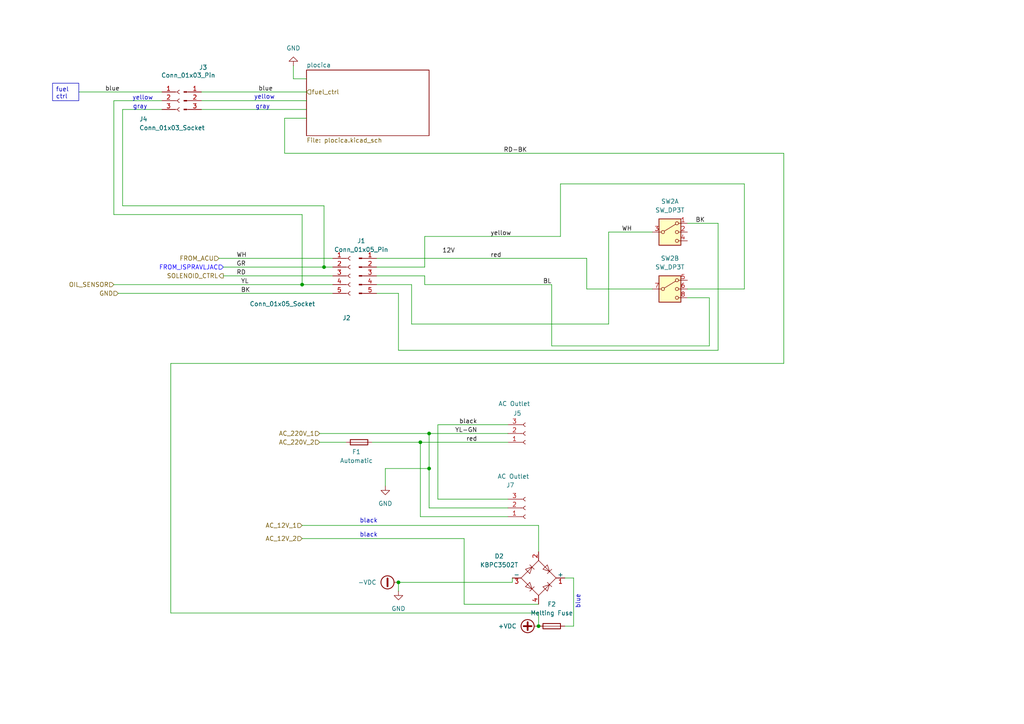
<source format=kicad_sch>
(kicad_sch (version 20231120) (generator "eeschema") (generator_version "8.0")
  (paper "A4")
  (lib_symbols
    (symbol "Connector:Conn_01x03_Pin" (pin_names (offset 1.016) hide)
      (property "Reference" "J" (at 0 5.08 0))
      (property "Value" "Conn_01x03_Pin" (at 0 -5.08 0))
      (symbol "Conn_01x03_Pin_1_1"
        (polyline (pts (xy 1.27 -2.54) (xy 0.8636 -2.54)) (stroke (width 0.1524)))
        (polyline (pts (xy 1.27 0) (xy 0.8636 0)) (stroke (width 0.1524)))
        (polyline (pts (xy 1.27 2.54) (xy 0.8636 2.54)) (stroke (width 0.1524)))
        (rectangle (start 0.8636 -2.413) (end 0 -2.667) (stroke (width 0.1524)) (fill (type outline)))
        (rectangle (start 0.8636 0.127) (end 0 -0.127) (stroke (width 0.1524)) (fill (type outline)))
        (rectangle (start 0.8636 2.667) (end 0 2.413) (stroke (width 0.1524)) (fill (type outline)))
        (pin passive line (at 5.08 2.54 180) (length 3.81) (name "Pin_1") (number "1"))
        (pin passive line (at 5.08 0 180) (length 3.81) (name "Pin_2") (number "2"))
        (pin passive line (at 5.08 -2.54 180) (length 3.81) (name "Pin_3") (number "3"))
      )
    )
    (symbol "Connector:Conn_01x03_Socket" (pin_names (offset 1.016) hide)
      (property "Reference" "J" (at 0 5.08 0))
      (property "Value" "Conn_01x03_Socket" (at 0 -5.08 0))
      (symbol "Conn_01x03_Socket_1_1"
        (arc (start 0 -2.032) (mid -0.5058 -2.54) (end 0 -3.048) (stroke (width 0.1524)))
        (polyline (pts (xy -1.27 -2.54) (xy -0.508 -2.54)) (stroke (width 0.1524)))
        (polyline (pts (xy -1.27 0) (xy -0.508 0)) (stroke (width 0.1524)))
        (polyline (pts (xy -1.27 2.54) (xy -0.508 2.54)) (stroke (width 0.1524)))
        (arc (start 0 0.508) (mid -0.5058 0) (end 0 -0.508) (stroke (width 0.1524)))
        (arc (start 0 3.048) (mid -0.5058 2.54) (end 0 2.032) (stroke (width 0.1524)))
        (pin passive line (at -5.08 2.54 0) (length 3.81) (name "Pin_1") (number "1"))
        (pin passive line (at -5.08 0 0) (length 3.81) (name "Pin_2") (number "2"))
        (pin passive line (at -5.08 -2.54 0) (length 3.81) (name "Pin_3") (number "3"))
      )
    )
    (symbol "Connector:Conn_01x05_Pin" (pin_names (offset 1.016) hide)
      (property "Reference" "J" (at 0 7.62 0))
      (property "Value" "Conn_01x05_Pin" (at 0 -7.62 0))
      (symbol "Conn_01x05_Pin_1_1"
        (polyline (pts (xy 1.27 -5.08) (xy 0.8636 -5.08)) (stroke (width 0.1524)))
        (polyline (pts (xy 1.27 -2.54) (xy 0.8636 -2.54)) (stroke (width 0.1524)))
        (polyline (pts (xy 1.27 0) (xy 0.8636 0)) (stroke (width 0.1524)))
        (polyline (pts (xy 1.27 2.54) (xy 0.8636 2.54)) (stroke (width 0.1524)))
        (polyline (pts (xy 1.27 5.08) (xy 0.8636 5.08)) (stroke (width 0.1524)))
        (rectangle (start 0.8636 -4.953) (end 0 -5.207) (stroke (width 0.1524)) (fill (type outline)))
        (rectangle (start 0.8636 -2.413) (end 0 -2.667) (stroke (width 0.1524)) (fill (type outline)))
        (rectangle (start 0.8636 0.127) (end 0 -0.127) (stroke (width 0.1524)) (fill (type outline)))
        (rectangle (start 0.8636 2.667) (end 0 2.413) (stroke (width 0.1524)) (fill (type outline)))
        (rectangle (start 0.8636 5.207) (end 0 4.953) (stroke (width 0.1524)) (fill (type outline)))
        (pin passive line (at 5.08 5.08 180) (length 3.81) (name "Pin_1") (number "1"))
        (pin passive line (at 5.08 2.54 180) (length 3.81) (name "Pin_2") (number "2"))
        (pin passive line (at 5.08 0 180) (length 3.81) (name "Pin_3") (number "3"))
        (pin passive line (at 5.08 -2.54 180) (length 3.81) (name "Pin_4") (number "4"))
        (pin passive line (at 5.08 -5.08 180) (length 3.81) (name "Pin_5") (number "5"))
      )
    )
    (symbol "Connector:Conn_01x05_Socket" (pin_names (offset 1.016) hide)
      (property "Reference" "J" (at 0 7.62 0))
      (property "Value" "Conn_01x05_Socket" (at 0 -7.62 0))
      (symbol "Conn_01x05_Socket_1_1"
        (arc (start 0 -4.572) (mid -0.5058 -5.08) (end 0 -5.588) (stroke (width 0.1524)))
        (arc (start 0 -2.032) (mid -0.5058 -2.54) (end 0 -3.048) (stroke (width 0.1524)))
        (polyline (pts (xy -1.27 -5.08) (xy -0.508 -5.08)) (stroke (width 0.1524)))
        (polyline (pts (xy -1.27 -2.54) (xy -0.508 -2.54)) (stroke (width 0.1524)))
        (polyline (pts (xy -1.27 0) (xy -0.508 0)) (stroke (width 0.1524)))
        (polyline (pts (xy -1.27 2.54) (xy -0.508 2.54)) (stroke (width 0.1524)))
        (polyline (pts (xy -1.27 5.08) (xy -0.508 5.08)) (stroke (width 0.1524)))
        (arc (start 0 0.508) (mid -0.5058 0) (end 0 -0.508) (stroke (width 0.1524)))
        (arc (start 0 3.048) (mid -0.5058 2.54) (end 0 2.032) (stroke (width 0.1524)))
        (arc (start 0 5.588) (mid -0.5058 5.08) (end 0 4.572) (stroke (width 0.1524)))
        (pin passive line (at -5.08 5.08 0) (length 3.81) (name "Pin_1") (number "1"))
        (pin passive line (at -5.08 2.54 0) (length 3.81) (name "Pin_2") (number "2"))
        (pin passive line (at -5.08 0 0) (length 3.81) (name "Pin_3") (number "3"))
        (pin passive line (at -5.08 -2.54 0) (length 3.81) (name "Pin_4") (number "4"))
        (pin passive line (at -5.08 -5.08 0) (length 3.81) (name "Pin_5") (number "5"))
      )
    )
    (symbol "Device:Fuse" (pin_numbers hide) (pin_names (offset 0))
      (property "Reference" "F" (at 2.032 0 90))
      (property "Value" "Fuse" (at -1.905 0 90))
      (symbol "Fuse_0_1"
        (rectangle (start -0.762 -2.54) (end 0.762 2.54) (stroke (width 0.254)))
        (polyline (pts (xy 0 2.54) (xy 0 -2.54)))
      )
      (symbol "Fuse_1_1"
        (pin passive line (at 0 3.81 270) (length 1.27) (name "~") (number "1"))
        (pin passive line (at 0 -3.81 90) (length 1.27) (name "~") (number "2"))
      )
    )
    (symbol "Diode_Bridge:KBPC3502T" (pin_names (offset 0))
      (property "Reference" "D" (at 7.62 7.62 0))
      (property "Value" "KBPC3502T" (at 7.62 5.08 0))
      (symbol "KBPC3502T_0_1"
        (polyline (pts (xy -2.54 3.81) (xy -1.27 2.54)))
        (polyline (pts (xy -1.27 -2.54) (xy -2.54 -3.81)))
        (polyline (pts (xy 2.54 -1.27) (xy 3.81 -2.54)))
        (polyline (pts (xy 2.54 1.27) (xy 3.81 2.54)))
        (polyline (pts (xy -3.81 2.54) (xy -2.54 1.27) (xy -1.905 3.175) (xy -3.81 2.54)))
        (polyline (pts (xy -2.54 -1.27) (xy -3.81 -2.54) (xy -1.905 -3.175) (xy -2.54 -1.27)))
        (polyline (pts (xy 1.27 2.54) (xy 2.54 3.81) (xy 3.175 1.905) (xy 1.27 2.54)))
        (polyline (pts (xy 3.175 -1.905) (xy 1.27 -2.54) (xy 2.54 -3.81) (xy 3.175 -1.905)))
        (polyline (pts (xy -5.08 0) (xy 0 -5.08) (xy 5.08 0) (xy 0 5.08) (xy -5.08 0)))
      )
      (symbol "KBPC3502T_1_1"
        (pin passive line (at 7.62 0 180) (length 2.54) (name "+") (number "1"))
        (pin passive line (at 0 -7.62 90) (length 2.54) (name "~") (number "2"))
        (pin passive line (at -7.62 0 0) (length 2.54) (name "-") (number "3"))
        (pin passive line (at 0 7.62 270) (length 2.54) (name "~") (number "4"))
      )
    )
    (symbol "Switch:SW_DP3T" (pin_names (offset 0) hide)
      (property "Reference" "SW" (at 0 5.08 0))
      (property "Value" "SW_DP3T" (at 0 -5.08 0))
      (symbol "SW_DP3T_0_1"
        (rectangle (start -3.175 3.81) (end 3.175 -3.81) (stroke (width 0.254)) (fill (type background)))
        (circle (center -2.032 0) (radius 0.4572))
        (polyline (pts (xy -1.651 0.254) (xy 1.651 2.286)))
        (circle (center 2.032 -2.54) (radius 0.4572))
        (circle (center 2.032 0) (radius 0.4572))
        (circle (center 2.032 2.54) (radius 0.4572))
      )
      (symbol "SW_DP3T_1_1"
        (pin passive line (at 5.08 2.54 180) (length 2.54) (name "1") (number "1"))
        (pin passive line (at 5.08 0 180) (length 2.54) (name "2") (number "2"))
        (pin passive line (at -5.08 0 0) (length 2.54) (name "3") (number "3"))
        (pin passive line (at 5.08 -2.54 180) (length 2.54) (name "4") (number "4"))
      )
      (symbol "SW_DP3T_2_1"
        (pin passive line (at 5.08 2.54 180) (length 2.54) (name "5") (number "5"))
        (pin passive line (at 5.08 0 180) (length 2.54) (name "6") (number "6"))
        (pin passive line (at -5.08 0 0) (length 2.54) (name "7") (number "7"))
        (pin passive line (at 5.08 -2.54 180) (length 2.54) (name "8") (number "8"))
      )
    )
    (symbol "power:+VDC" (power) (pin_numbers hide) (pin_names (offset 0) hide)
      (property "Value" "+VDC" (at 0 6.35 0))
      (symbol "+VDC_0_1"
        (polyline (pts (xy -1.143 3.175) (xy 1.143 3.175)) (stroke (width 0.508)))
        (polyline (pts (xy 0 0) (xy 0 1.27)))
        (polyline (pts (xy 0 2.032) (xy 0 4.318)) (stroke (width 0.508)))
        (circle (center 0 3.175) (radius 1.905) (stroke (width 0.254)))
      )
      (symbol "+VDC_1_1"
        (pin power_in line (at 0 0 90) (length 0) (name "~") (number "1"))
      )
    )
    (symbol "power:-VDC" (power) (pin_numbers hide) (pin_names (offset 0) hide)
      (property "Value" "-VDC" (at 0 6.35 0))
      (symbol "-VDC_0_1"
        (polyline (pts (xy -1.143 3.175) (xy 1.143 3.175)) (stroke (width 0.508)))
        (polyline (pts (xy 0 0) (xy 0 1.27)))
        (circle (center 0 3.175) (radius 1.905) (stroke (width 0.254)))
      )
      (symbol "-VDC_1_1"
        (pin power_in line (at 0 0 90) (length 0) (name "~") (number "1"))
      )
    )
    (symbol "power:GND" (power) (pin_numbers hide) (pin_names (offset 0) hide)
      (property "Value" "GND" (at 0 -3.81 0))
      (symbol "GND_0_1"
        (polyline (pts (xy 0 0) (xy 0 -1.27) (xy 1.27 -1.27) (xy 0 -2.54) (xy -1.27 -1.27) (xy 0 -1.27)))
      )
      (symbol "GND_1_1"
        (pin power_in line (at 0 0 270) (length 0) (name "~") (number "1"))
      )
    )
  )
  (junction (at 124.46 135.89))
  (junction (at 93.98 77.47))
  (junction (at 87.63 82.55))
  (junction (at 156.21 181.61))
  (junction (at 121.92 128.27))
  (junction (at 115.57 168.91))
  (junction (at 124.46 125.73))
  (wire (pts (xy 124.46 135.89) (xy 111.76 135.89)))
  (wire (pts (xy 93.98 77.47) (xy 96.52 77.47)))
  (wire (pts (xy 93.98 59.69) (xy 93.98 77.47)))
  (wire (pts (xy 162.56 53.34) (xy 215.9 53.34)))
  (wire (pts (xy 166.37 181.61) (xy 163.83 181.61)))
  (wire (pts (xy 124.46 125.73) (xy 92.71 125.73)))
  (wire (pts (xy 176.53 67.31) (xy 189.23 67.31)))
  (wire (pts (xy 163.83 167.64) (xy 166.37 167.64)))
  (wire (pts (xy 215.9 83.82) (xy 199.39 83.82)))
  (wire (pts (xy 123.19 77.47) (xy 123.19 68.58)))
  (wire (pts (xy 87.63 156.21) (xy 134.62 156.21)))
  (wire (pts (xy 160.02 100.33) (xy 205.74 100.33)))
  (wire (pts (xy 33.02 82.55) (xy 87.63 82.55)))
  (wire (pts (xy 46.99 29.21) (xy 33.02 29.21)))
  (wire (pts (xy 127 123.19) (xy 147.32 123.19)))
  (wire (pts (xy 215.9 53.34) (xy 215.9 83.82)))
  (wire (pts (xy 82.55 44.45) (xy 82.55 34.29)))
  (wire (pts (xy 115.57 101.6) (xy 115.57 85.09)))
  (wire (pts (xy 35.56 31.75) (xy 35.56 59.69)))
  (wire (pts (xy 123.19 77.47) (xy 109.22 77.47)))
  (wire (pts (xy 49.53 105.41) (xy 49.53 177.8)))
  (wire (pts (xy 156.21 181.61) (xy 156.21 177.8)))
  (wire (pts (xy 64.77 77.47) (xy 93.98 77.47)))
  (wire (pts (xy 46.99 31.75) (xy 35.56 31.75)))
  (wire (pts (xy 156.21 152.4) (xy 87.63 152.4)))
  (wire (pts (xy 160.02 82.55) (xy 160.02 100.33)))
  (wire (pts (xy 33.02 62.23) (xy 87.63 62.23)))
  (wire (pts (xy 205.74 86.36) (xy 199.39 86.36)))
  (wire (pts (xy 148.59 168.91) (xy 148.59 167.64)))
  (wire (pts (xy 156.21 152.4) (xy 156.21 160.02)))
  (wire (pts (xy 87.63 82.55) (xy 96.52 82.55)))
  (wire (pts (xy 111.76 135.89) (xy 111.76 140.97)))
  (wire (pts (xy 58.42 31.75) (xy 88.9 31.75)))
  (wire (pts (xy 170.18 74.93) (xy 170.18 83.82)))
  (wire (pts (xy 147.32 144.78) (xy 127 144.78)))
  (wire (pts (xy 58.42 29.21) (xy 88.9 29.21)))
  (wire (pts (xy 134.62 156.21) (xy 134.62 175.26)))
  (wire (pts (xy 88.9 22.86) (xy 85.09 22.86)))
  (wire (pts (xy 34.29 85.09) (xy 96.52 85.09)))
  (wire (pts (xy 166.37 167.64) (xy 166.37 181.61)))
  (wire (pts (xy 82.55 34.29) (xy 88.9 34.29)))
  (wire (pts (xy 121.92 128.27) (xy 107.95 128.27)))
  (wire (pts (xy 147.32 128.27) (xy 121.92 128.27)))
  (wire (pts (xy 49.53 177.8) (xy 156.21 177.8)))
  (wire (pts (xy 22.86 26.67) (xy 46.99 26.67)))
  (wire (pts (xy 170.18 83.82) (xy 189.23 83.82)))
  (wire (pts (xy 64.77 80.01) (xy 96.52 80.01)))
  (wire (pts (xy 124.46 147.32) (xy 147.32 147.32)))
  (wire (pts (xy 119.38 93.98) (xy 176.53 93.98)))
  (wire (pts (xy 121.92 149.86) (xy 147.32 149.86)))
  (wire (pts (xy 100.33 128.27) (xy 92.71 128.27)))
  (wire (pts (xy 87.63 62.23) (xy 87.63 82.55)))
  (wire (pts (xy 134.62 175.26) (xy 156.21 175.26)))
  (wire (pts (xy 124.46 135.89) (xy 124.46 147.32)))
  (wire (pts (xy 115.57 85.09) (xy 109.22 85.09)))
  (wire (pts (xy 147.32 125.73) (xy 124.46 125.73)))
  (wire (pts (xy 199.39 64.77) (xy 208.28 64.77)))
  (wire (pts (xy 162.56 68.58) (xy 162.56 53.34)))
  (wire (pts (xy 176.53 93.98) (xy 176.53 67.31)))
  (wire (pts (xy 227.33 105.41) (xy 49.53 105.41)))
  (wire (pts (xy 58.42 26.67) (xy 88.9 26.67)))
  (wire (pts (xy 115.57 168.91) (xy 115.57 171.45)))
  (wire (pts (xy 208.28 64.77) (xy 208.28 101.6)))
  (wire (pts (xy 35.56 59.69) (xy 93.98 59.69)))
  (wire (pts (xy 63.5 74.93) (xy 96.52 74.93)))
  (wire (pts (xy 123.19 68.58) (xy 162.56 68.58)))
  (wire (pts (xy 33.02 29.21) (xy 33.02 62.23)))
  (wire (pts (xy 205.74 100.33) (xy 205.74 86.36)))
  (wire (pts (xy 85.09 19.05) (xy 85.09 22.86)))
  (wire (pts (xy 124.46 125.73) (xy 124.46 135.89)))
  (wire (pts (xy 109.22 82.55) (xy 119.38 82.55)))
  (wire (pts (xy 119.38 82.55) (xy 119.38 93.98)))
  (wire (pts (xy 208.28 101.6) (xy 115.57 101.6)))
  (wire (pts (xy 109.22 80.01) (xy 123.19 80.01)))
  (wire (pts (xy 123.19 82.55) (xy 123.19 80.01)))
  (wire (pts (xy 123.19 82.55) (xy 160.02 82.55)))
  (wire (pts (xy 121.92 128.27) (xy 121.92 149.86)))
  (wire (pts (xy 227.33 44.45) (xy 82.55 44.45)))
  (wire (pts (xy 127 144.78) (xy 127 123.19)))
  (wire (pts (xy 115.57 168.91) (xy 148.59 168.91)))
  (wire (pts (xy 109.22 74.93) (xy 170.18 74.93)))
  (wire (pts (xy 227.33 105.41) (xy 227.33 44.45)))
  (text_box "fuel ctrl" (at 15.24 24.13 0) (size 7.62 5.08) (effects (font (size 1.27 1.27)) (justify left top)))
  (text "gray\n" (at 76.2 30.988 0) (effects (font (size 1.27 1.27))))
  (text "yellow\n" (at 76.708 28.194 0) (effects (font (size 1.27 1.27))))
  (text "yellow\n" (at 41.402 28.448 0) (effects (font (size 1.27 1.27))))
  (text "black\n\nblack\n" (at 106.934 153.162 0) (effects (font (size 1.27 1.27))))
  (text "gray\n" (at 40.64 30.988 0) (effects (font (size 1.27 1.27))))
  (text "blue\n" (at 167.64 174.498 90) (effects (font (size 1.27 1.27))))
  (label "yellow" (at 142.24 68.58 0))
  (label "black" (at 138.43 123.19 180))
  (label "BK" (at 204.47 64.77 180))
  (label "RD-BK" (at 146.05 44.45 0))
  (label "YL-GN" (at 138.43 125.73 180))
  (label "RD" (at 68.58 80.01 0))
  (label "YL" (at 69.85 82.55 0))
  (label "12V" (at 128.27 73.66 0))
  (label "blue" (at 30.48 26.67 0))
  (label "WH" (at 180.34 67.31 0))
  (label "blue" (at 74.93 26.67 0))
  (label "red" (at 142.24 74.93 0))
  (label "BL" (at 157.48 82.55 0))
  (label "WH" (at 68.58 74.93 0))
  (label "red" (at 138.43 128.27 180))
  (label "GR" (at 68.58 77.47 0))
  (label "BK" (at 69.85 85.09 0))
  (hierarchical_label "OIL_SENSOR" (shape input) (at 33.02 82.55 180))
  (hierarchical_label "AC_220V_2" (shape input) (at 92.71 128.27 180))
  (hierarchical_label "AC_12V_2" (shape input) (at 87.63 156.21 180))
  (hierarchical_label "fuel_ctrl" (shape input) (at 88.9 26.67 0))
  (hierarchical_label "AC_220V_1" (shape input) (at 92.71 125.73 180))
  (hierarchical_label "AC_12V_1" (shape input) (at 87.63 152.4 180))
  (hierarchical_label "GND" (shape input) (at 34.29 85.09 180))
  (hierarchical_label "SOLENOID_CTRL" (shape output) (at 64.77 80.01 180))
  (hierarchical_label "FROM_ACU" (shape input) (at 63.5 74.93 180))
  (hierarchical_label "FROM_ISPRAVLJAC" (shape input) (at 64.77 77.47 180))
  (symbol (lib_id "Diode_Bridge:KBPC3502T") (at 156.21 167.64 0) (mirror x) (unit 1)
    (property "Reference" "D2" (at 144.78 161.3214 0))
    (property "Value" "KBPC3502T" (at 144.78 163.8614 0))
    (property "Footprint" "Diode_THT:Diode_Bridge_Round_D9.8mm" (effects (hide yes)))
    (property "Datasheet" "https://www.diodemodule.com/bridge-rectifier/kbpc/kbpc3502t.pdf" (effects (hide yes)))
    (property "Description" "Single-Phase Bridge Rectifier, 140V Vrms, 35A If, KBPC-T(FP)" (effects (hide yes)))
  )
  (symbol (lib_id "power:+VDC") (at 156.21 181.61 90) (mirror x) (unit 1)
    (property "Reference" "#PWR04" (effects (hide yes)))
    (property "Value" "+VDC" (at 149.86 181.6099 90) (effects (justify left)))
    (property "Description" "Power symbol creates a global label with name \"+VDC\"" (effects (hide yes)))
  )
  (symbol (lib_id "Device:Fuse") (at 160.02 181.61 90) (mirror x) (unit 1)
    (property "Reference" "F2" (at 160.02 175.26 90))
    (property "Value" "Melting Fuse" (at 160.02 177.8 90))
    (property "Description" "Fuse" (effects (hide yes)))
  )
  (symbol (lib_id "Connector:Conn_01x03_Socket") (at 152.4 125.73 0) (mirror x) (unit 1)
    (property "Reference" "J5" (at 148.844 119.888 0) (effects (justify left)))
    (property "Value" "AC Outlet" (at 144.526 117.094 0) (effects (justify left)))
    (property "Description" "Generic connector, single row, 01x03, script generated" (effects (hide yes)))
  )
  (symbol (lib_id "Connector:Conn_01x05_Socket") (at 101.6 80.01 0) (unit 1)
    (property "Reference" "J2" (at 99.314 92.202 0) (effects (justify left)))
    (property "Value" "Conn_01x05_Socket" (at 72.39 88.138 0) (effects (justify left)))
    (property "Description" "Generic connector, single row, 01x05, script generated" (effects (hide yes)))
  )
  (symbol (lib_id "power:-VDC") (at 115.57 168.91 90) (mirror x) (unit 1)
    (property "Reference" "#PWR05" (effects (hide yes)))
    (property "Value" "-VDC" (at 109.22 168.9099 90) (effects (justify left)))
    (property "Description" "Power symbol creates a global label with name \"-VDC\"" (effects (hide yes)))
  )
  (symbol (lib_id "Device:Fuse") (at 104.14 128.27 270) (mirror x) (unit 1)
    (property "Reference" "F1" (at 103.378 131.064 90))
    (property "Value" "Automatic" (at 103.378 133.604 90))
    (property "Description" "Fuse" (effects (hide yes)))
  )
  (symbol (lib_id "power:GND") (at 115.57 171.45 0) (mirror y) (unit 1)
    (property "Reference" "#PWR06" (effects (hide yes)))
    (property "Value" "GND" (at 115.57 176.53 0))
    (property "Description" "Power symbol creates a global label with name \"GND\" , ground" (effects (hide yes)))
  )
  (symbol (lib_id "Switch:SW_DP3T") (at 194.31 83.82 0) (unit 2)
    (property "Reference" "SW2" (at 194.31 74.93 0))
    (property "Value" "SW_DP3T" (at 194.31 77.47 0))
    (property "Description" "Switch, three position, dual pole triple throw, 3 position switch, SP3T" (effects (hide yes)))
  )
  (symbol (lib_id "Connector:Conn_01x05_Pin") (at 104.14 80.01 0) (unit 1)
    (property "Reference" "J1" (at 104.775 69.85 0))
    (property "Value" "Conn_01x05_Pin" (at 104.775 72.39 0))
    (property "Description" "Generic connector, single row, 01x05, script generated" (effects (hide yes)))
  )
  (symbol (lib_id "Connector:Conn_01x03_Pin") (at 53.34 29.21 0) (unit 1)
    (property "Reference" "J3" (at 58.928 19.558 0))
    (property "Value" "Conn_01x03_Pin" (at 54.61 21.844 0))
    (property "Description" "Generic connector, single row, 01x03, script generated" (effects (hide yes)))
  )
  (symbol (lib_id "Connector:Conn_01x03_Socket") (at 52.07 29.21 0) (unit 1)
    (property "Reference" "J4" (at 40.386 34.544 0) (effects (justify left)))
    (property "Value" "Conn_01x03_Socket" (at 40.386 37.084 0) (effects (justify left)))
    (property "Description" "Generic connector, single row, 01x03, script generated" (effects (hide yes)))
  )
  (symbol (lib_id "power:GND") (at 85.09 19.05 180) (unit 1)
    (property "Reference" "#PWR09" (effects (hide yes)))
    (property "Value" "GND" (at 85.09 13.97 0))
    (property "Description" "Power symbol creates a global label with name \"GND\" , ground" (effects (hide yes)))
  )
  (symbol (lib_id "Connector:Conn_01x03_Socket") (at 152.4 147.32 0) (mirror x) (unit 1)
    (property "Reference" "J7" (at 146.812 140.716 0) (effects (justify left)))
    (property "Value" "AC Outlet" (at 144.272 138.176 0) (effects (justify left)))
    (property "Description" "Generic connector, single row, 01x03, script generated" (effects (hide yes)))
  )
  (symbol (lib_id "Switch:SW_DP3T") (at 194.31 67.31 0) (unit 1)
    (property "Reference" "SW2" (at 194.31 58.42 0))
    (property "Value" "SW_DP3T" (at 194.31 60.96 0))
    (property "Description" "Switch, three position, dual pole triple throw, 3 position switch, SP3T" (effects (hide yes)))
  )
  (symbol (lib_id "power:GND") (at 111.76 140.97 0) (mirror y) (unit 1)
    (property "Reference" "#PWR08" (effects (hide yes)))
    (property "Value" "GND" (at 111.76 146.05 0))
    (property "Description" "Power symbol creates a global label with name \"GND\" , ground" (effects (hide yes)))
  )
  (sheet (at 88.9 20.32) (size 35.56 19.05) (stroke (width 0.1524))
    (property "Sheetname" "plocica" (at 88.9 19.6084 0) (effects (justify left bottom)))
    (property "Sheetfile" "plocica.kicad_sch" (at 88.9 39.9546 0) (effects (justify left top)))
  )
)
</source>
